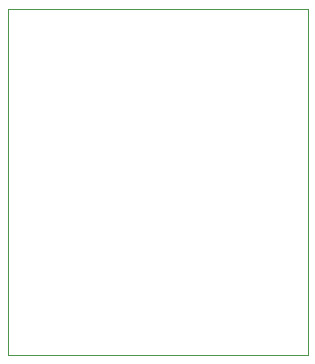
<source format=gbr>
%TF.GenerationSoftware,KiCad,Pcbnew,5.1.2*%
%TF.CreationDate,2019-09-03T08:08:03+08:00*%
%TF.ProjectId,stm32l011d4p6,73746d33-326c-4303-9131-643470362e6b,rev?*%
%TF.SameCoordinates,Original*%
%TF.FileFunction,Profile,NP*%
%FSLAX46Y46*%
G04 Gerber Fmt 4.6, Leading zero omitted, Abs format (unit mm)*
G04 Created by KiCad (PCBNEW 5.1.2) date 2019-09-03 08:08:03*
%MOMM*%
%LPD*%
G04 APERTURE LIST*
%ADD10C,0.050000*%
G04 APERTURE END LIST*
D10*
X142240000Y-90678000D02*
X142240000Y-61341000D01*
X167640000Y-90678000D02*
X142240000Y-90678000D01*
X167640000Y-61341000D02*
X167640000Y-90678000D01*
X142240000Y-61341000D02*
X167640000Y-61341000D01*
M02*

</source>
